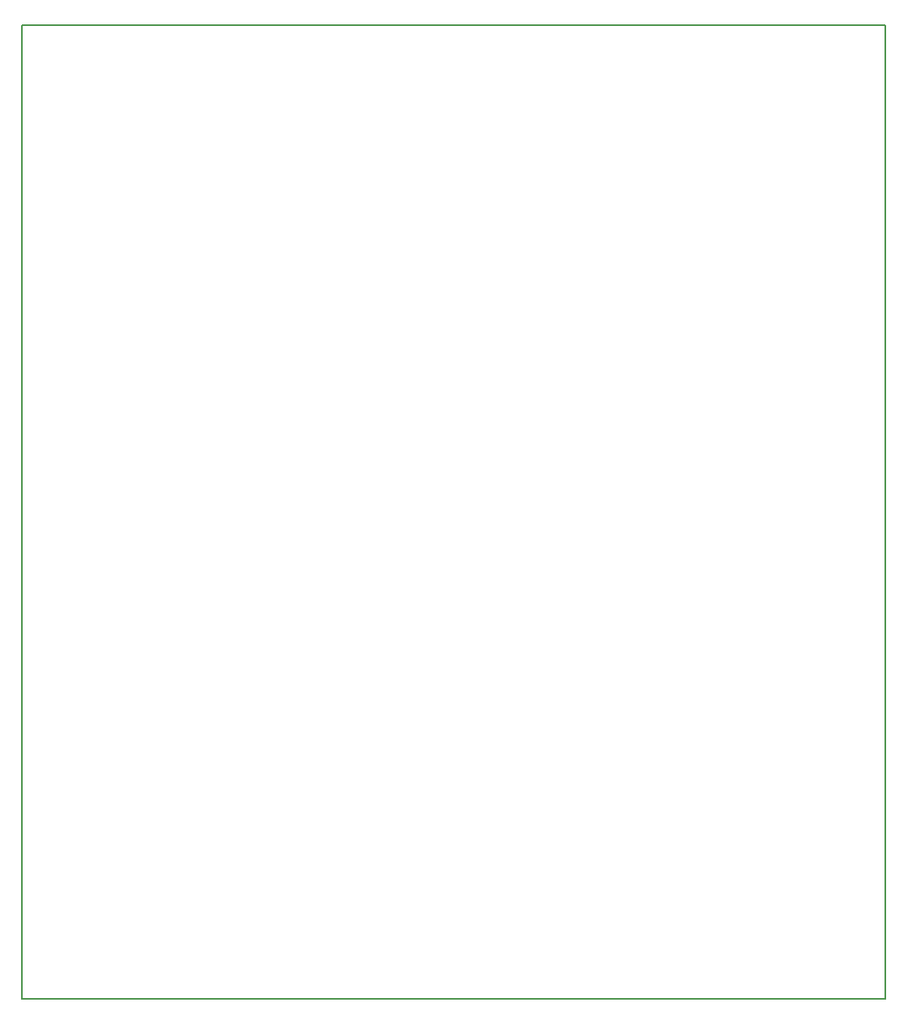
<source format=gbr>
G04 DipTrace Beta 2.3.5.2*
%INBoardOutline.gbr*%
%MOIN*%
%ADD11C,0.0055*%
%FSLAX44Y44*%
G04*
G70*
G90*
G75*
G01*
%LNBoardOutline*%
%LPD*%
X3940Y3940D2*
D11*
X39440D1*
Y43940D1*
X3940D1*
Y3940D1*
M02*

</source>
